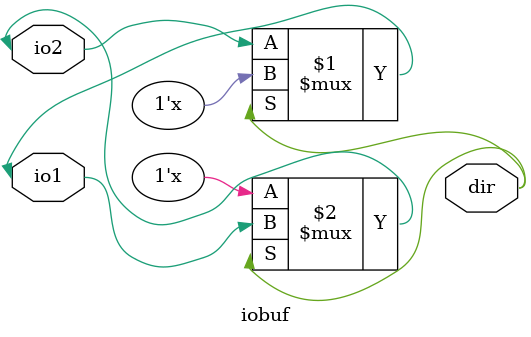
<source format=v>
/*
 * Copyright 2018-2024 ISP RAS (http://www.ispras.ru)
 *
 * Licensed under the Apache License, Version 2.0 (the "License");
 * you may not use this file except in compliance with the License.
 * You may obtain a copy of the License at
 *
 *     http://www.apache.org/licenses/LICENSE-2.0
 *
 * Unless required by applicable law or agreed to in writing, software
 * distributed under the License is distributed on an "AS IS" BASIS,
 * WITHOUT WARRANTIES OR CONDITIONS OF ANY KIND, either express or implied.
 * See the License for the specific language governing permissions and
 * limitations under the License.
 */

// IEEE Std 1364-2005
//   7. Gate- and switch-level modeling
//     7.14.1 min:typ:max delays
//       The following example shows min:typ:max values for rising, falling, and turn-off delays.

module iobuf(io1, io2, dir);

  inout io1, io2;
  output dir;
  bufif0 #(5:7:9, 8:10:12, 15:18:21) b1(io1, io2, dir);
  bufif1 #(6:8:10, 5:7:9, 13:17:19) b2(io2, io1, dir);
endmodule

</source>
